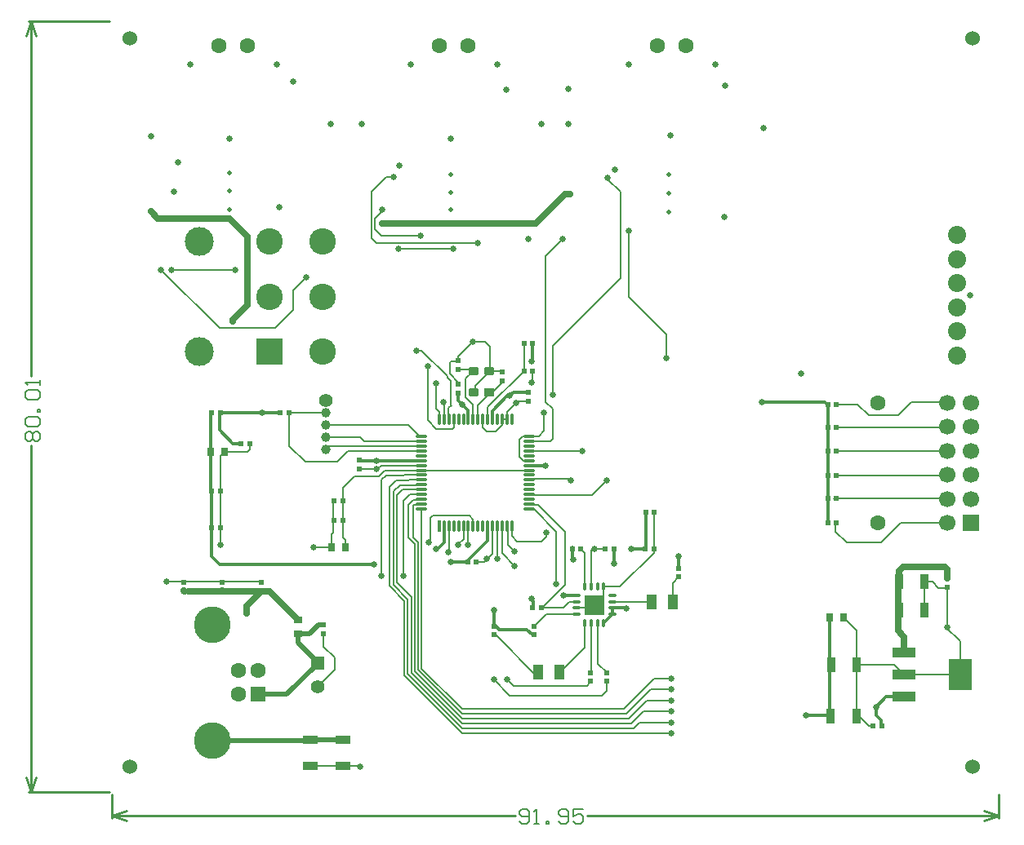
<source format=gtl>
G04*
G04 #@! TF.GenerationSoftware,Altium Limited,Altium Designer,18.1.7 (191)*
G04*
G04 Layer_Physical_Order=1*
G04 Layer_Color=255*
%FSLAX25Y25*%
%MOIN*%
G70*
G01*
G75*
%ADD11C,0.01000*%
%ADD15R,0.02441X0.02441*%
%ADD16R,0.02165X0.02165*%
%ADD17R,0.01181X0.04921*%
%ADD18O,0.01181X0.04921*%
%ADD19O,0.04921X0.01181*%
%ADD20R,0.06299X0.03740*%
%ADD21R,0.03740X0.06299*%
%ADD22R,0.02165X0.02165*%
%ADD23R,0.03937X0.05906*%
%ADD24R,0.02441X0.02441*%
G04:AMPARAMS|DCode=25|XSize=35.43mil|YSize=39.37mil|CornerRadius=8.86mil|HoleSize=0mil|Usage=FLASHONLY|Rotation=90.000|XOffset=0mil|YOffset=0mil|HoleType=Round|Shape=RoundedRectangle|*
%AMROUNDEDRECTD25*
21,1,0.03543,0.02165,0,0,90.0*
21,1,0.01772,0.03937,0,0,90.0*
1,1,0.01772,0.01083,0.00886*
1,1,0.01772,0.01083,-0.00886*
1,1,0.01772,-0.01083,-0.00886*
1,1,0.01772,-0.01083,0.00886*
%
%ADD25ROUNDEDRECTD25*%
%ADD26R,0.03937X0.03543*%
%ADD27R,0.09449X0.12992*%
%ADD28R,0.09449X0.03937*%
%ADD29R,0.02756X0.03347*%
%ADD30R,0.03347X0.02756*%
%ADD31O,0.03347X0.01181*%
%ADD32O,0.01181X0.03347*%
%ADD33R,0.08189X0.08189*%
%ADD66C,0.11811*%
%ADD67C,0.10827*%
%ADD68R,0.10827X0.10827*%
%ADD72C,0.00800*%
%ADD73C,0.02500*%
%ADD74C,0.01200*%
%ADD75C,0.02000*%
%ADD76C,0.00600*%
%ADD77R,0.06693X0.06693*%
%ADD78C,0.06693*%
%ADD79C,0.06299*%
%ADD80R,0.05512X0.05512*%
%ADD81C,0.05512*%
%ADD82C,0.02657*%
%ADD83C,0.07382*%
%ADD84C,0.02598*%
%ADD85C,0.06319*%
%ADD86C,0.03937*%
%ADD87C,0.14961*%
%ADD88R,0.06299X0.06299*%
%ADD89C,0.02000*%
%ADD90C,0.06000*%
%ADD91C,0.02500*%
D11*
X218500Y149000D02*
X224500Y151000D01*
X218500Y149000D02*
X224500Y147000D01*
X574500D02*
X580500Y149000D01*
X574500Y151000D02*
X580500Y149000D01*
X218500D02*
X383304D01*
X412496D02*
X580500D01*
X218500Y148000D02*
Y157500D01*
X580500Y148000D02*
Y157500D01*
X185500Y473500D02*
X187500Y467500D01*
X183500D02*
X185500Y473500D01*
X183500Y164500D02*
X185500Y158500D01*
X187500Y164500D01*
X185500Y328496D02*
Y473500D01*
Y158500D02*
Y300304D01*
X184500Y473500D02*
X217500D01*
X184500Y158500D02*
X217500D01*
D15*
X259189Y281448D02*
D03*
X262811D02*
D03*
X436067Y258000D02*
D03*
X439689D02*
D03*
X363689Y252500D02*
D03*
X367311D02*
D03*
X436378Y273000D02*
D03*
X440000D02*
D03*
X312811Y269500D02*
D03*
X309189D02*
D03*
X532811Y185500D02*
D03*
X529189D02*
D03*
X271189Y301000D02*
D03*
X274811D02*
D03*
X259189Y266448D02*
D03*
X262811D02*
D03*
X386689Y330500D02*
D03*
X390311D02*
D03*
X312811Y277500D02*
D03*
X309189D02*
D03*
D16*
X450000Y250000D02*
D03*
Y246457D02*
D03*
X391000Y226272D02*
D03*
Y222728D02*
D03*
X420500Y203728D02*
D03*
Y207272D02*
D03*
X414000Y203728D02*
D03*
Y207272D02*
D03*
X374500Y222728D02*
D03*
Y226272D02*
D03*
D17*
X352189Y267102D02*
D03*
D18*
X354157D02*
D03*
X356126D02*
D03*
X358094D02*
D03*
X360063D02*
D03*
X362032D02*
D03*
X364000D02*
D03*
X365969D02*
D03*
X367937D02*
D03*
X369906D02*
D03*
X371874D02*
D03*
X373843D02*
D03*
X375811D02*
D03*
X377780D02*
D03*
X379748D02*
D03*
X381717D02*
D03*
Y311000D02*
D03*
X379748D02*
D03*
X377780D02*
D03*
X375811D02*
D03*
X373843D02*
D03*
X371874D02*
D03*
X369906D02*
D03*
X367937D02*
D03*
X365969D02*
D03*
X364000D02*
D03*
X362032D02*
D03*
X360063D02*
D03*
X358094D02*
D03*
X356126D02*
D03*
X354157D02*
D03*
X352189D02*
D03*
D19*
X388902Y274287D02*
D03*
Y276256D02*
D03*
Y278224D02*
D03*
Y280193D02*
D03*
Y282161D02*
D03*
Y284130D02*
D03*
Y286098D02*
D03*
Y288067D02*
D03*
Y290035D02*
D03*
Y292004D02*
D03*
Y293972D02*
D03*
Y295941D02*
D03*
Y297909D02*
D03*
Y299878D02*
D03*
Y301846D02*
D03*
Y303815D02*
D03*
X345004D02*
D03*
Y301846D02*
D03*
Y299878D02*
D03*
Y297909D02*
D03*
Y295941D02*
D03*
Y293972D02*
D03*
Y292004D02*
D03*
Y290035D02*
D03*
Y288067D02*
D03*
Y286098D02*
D03*
Y284130D02*
D03*
Y282161D02*
D03*
Y280193D02*
D03*
Y278224D02*
D03*
Y276256D02*
D03*
Y274287D02*
D03*
D20*
X313000Y169283D02*
D03*
Y179717D02*
D03*
X299500D02*
D03*
Y169284D02*
D03*
D21*
X522598Y210500D02*
D03*
X512165D02*
D03*
X522382Y189500D02*
D03*
X511949D02*
D03*
X550217Y233000D02*
D03*
X539783D02*
D03*
X550216Y244500D02*
D03*
X539783D02*
D03*
D22*
X390272Y342000D02*
D03*
X386728D02*
D03*
X393772Y234000D02*
D03*
X390228D02*
D03*
X510728Y317000D02*
D03*
X514272D02*
D03*
X510728Y307500D02*
D03*
X514272D02*
D03*
X510728Y278500D02*
D03*
X514272D02*
D03*
X510728Y268500D02*
D03*
X514272D02*
D03*
X510728Y288000D02*
D03*
X514272D02*
D03*
X510728Y298000D02*
D03*
X514272D02*
D03*
X410000Y258000D02*
D03*
X406457D02*
D03*
X419957D02*
D03*
X423500D02*
D03*
X287228Y313500D02*
D03*
X290772D02*
D03*
X262772D02*
D03*
X259228D02*
D03*
D23*
X401331Y207500D02*
D03*
X392669D02*
D03*
X438838Y236280D02*
D03*
X447500D02*
D03*
D24*
X388500Y321811D02*
D03*
Y318189D02*
D03*
X378000Y326689D02*
D03*
Y330311D02*
D03*
X360000Y331189D02*
D03*
Y334811D02*
D03*
Y321689D02*
D03*
Y325311D02*
D03*
X319500Y294311D02*
D03*
Y290689D02*
D03*
X279500Y240689D02*
D03*
Y244311D02*
D03*
X263500Y240689D02*
D03*
Y244311D02*
D03*
X248000Y240689D02*
D03*
Y244311D02*
D03*
X559500Y245811D02*
D03*
Y242189D02*
D03*
X305000Y226811D02*
D03*
Y223189D02*
D03*
D25*
X366201Y322000D02*
D03*
Y330661D02*
D03*
X372500D02*
D03*
D26*
Y322000D02*
D03*
D27*
X564799Y206500D02*
D03*
D28*
X541964Y215555D02*
D03*
Y197445D02*
D03*
Y206500D02*
D03*
D29*
X308244Y258500D02*
D03*
X313756D02*
D03*
X511626Y230000D02*
D03*
X517138D02*
D03*
X264500Y297448D02*
D03*
X258988D02*
D03*
D30*
X294500Y223244D02*
D03*
Y228756D02*
D03*
D31*
X408020Y238839D02*
D03*
Y236280D02*
D03*
Y233720D02*
D03*
Y231161D02*
D03*
X422980D02*
D03*
Y233720D02*
D03*
Y236280D02*
D03*
Y238839D02*
D03*
D32*
X411661Y227520D02*
D03*
X414220D02*
D03*
X416780D02*
D03*
X419339D02*
D03*
Y242480D02*
D03*
X416780D02*
D03*
X414220D02*
D03*
X411661D02*
D03*
D33*
X415500Y235000D02*
D03*
D66*
X254224Y338579D02*
D03*
Y383421D02*
D03*
D67*
X304618D02*
D03*
Y360980D02*
D03*
Y338539D02*
D03*
X282965Y383421D02*
D03*
Y360980D02*
D03*
D68*
Y338539D02*
D03*
D72*
X388902Y297909D02*
X410500D01*
X329000Y396500D02*
X329359D01*
X329429Y396429D01*
X325866Y392866D02*
X329429Y396429D01*
X328500Y386000D02*
X344500D01*
X389000Y286000D02*
X389476Y286476D01*
X379500Y266854D02*
X380126Y266228D01*
X325866Y388634D02*
X328500Y386000D01*
X324466Y385034D02*
X326500Y383000D01*
X324466Y385034D02*
Y403966D01*
X326500Y383000D02*
X368000D01*
X324466Y403966D02*
X330416Y409915D01*
X333500D01*
X325866Y388634D02*
Y392866D01*
X405523Y286476D02*
X406000Y286000D01*
X411661Y242480D02*
Y256339D01*
X414220Y242480D02*
Y257220D01*
X394248Y234000D02*
X403000D01*
X393772D02*
X394248D01*
X393500D02*
X393772D01*
X403000D02*
X405280Y236280D01*
X408020D01*
X394248Y234000D02*
X403500Y243252D01*
Y265000D01*
X400000Y243500D02*
Y265000D01*
X328500Y247000D02*
Y286118D01*
X330376Y287994D01*
X331787Y242733D02*
Y283237D01*
Y242733D02*
X337900Y236620D01*
X333450Y243050D02*
Y281470D01*
Y243050D02*
X339300Y237200D01*
X334850Y244150D02*
Y279850D01*
Y244150D02*
X340700Y238300D01*
X337900Y206160D02*
Y236620D01*
X339300Y206740D02*
Y237200D01*
X340700Y207320D02*
Y238300D01*
X331787Y283237D02*
X334550Y286000D01*
X336013Y284000D02*
X345000D01*
X333450Y281470D02*
X336013Y284000D01*
X514272Y288000D02*
X559500D01*
X337161Y282161D02*
X345004D01*
X334850Y279850D02*
X337161Y282161D01*
X340193Y280193D02*
X345004D01*
X337500Y277500D02*
X340193Y280193D01*
X337500Y247000D02*
Y277500D01*
X339370Y262650D02*
Y275870D01*
Y262650D02*
X342100Y259920D01*
X341543Y275816D02*
X341728Y276000D01*
X341543Y262457D02*
Y275816D01*
Y262457D02*
X343500Y260500D01*
X342100Y207900D02*
Y259920D01*
X343500Y208480D02*
Y260500D01*
X339370Y275870D02*
X341130Y277630D01*
X348000Y261000D02*
X348500Y261500D01*
Y270500D01*
X349500Y271500D01*
X364500D01*
X365969Y270031D01*
Y267102D02*
Y270031D01*
X335000Y286000D02*
X345004Y286098D01*
X334550Y286000D02*
X335000D01*
X341367Y277847D02*
X345004D01*
X341130Y277630D02*
X341150D01*
X330000Y290000D02*
X340980D01*
X327500Y287500D02*
X330000Y290000D01*
X314000Y258500D02*
Y261500D01*
X317500Y287500D02*
X327500D01*
X313000Y283000D02*
X317500Y287500D01*
X340980Y290000D02*
X341015Y290035D01*
X373000Y330661D02*
Y340500D01*
X390311Y325689D02*
Y330500D01*
X378339Y330661D02*
X378500Y330500D01*
X372736Y330412D02*
X373000Y330661D01*
X378339D01*
X559000Y226000D02*
X564799Y220201D01*
X556000Y242000D02*
X559500D01*
X550000Y233000D02*
X550216Y233217D01*
X388500Y303787D02*
X392713D01*
X415500Y235000D02*
X419339Y238839D01*
X357000Y334500D02*
X360000D01*
X366701Y324701D02*
X372736Y330412D01*
X366701Y322000D02*
Y324701D01*
X356126Y256374D02*
Y267102D01*
X370500Y252500D02*
X374000Y256000D01*
X319500Y290500D02*
X320000Y291000D01*
X275000Y298500D02*
Y301000D01*
X309000Y264500D02*
Y277500D01*
X263000Y259500D02*
Y266500D01*
X241000Y244500D02*
X279500D01*
X280000D01*
X327000Y290500D02*
X328504Y292004D01*
X320500Y290500D02*
X326500D01*
X320000Y291000D02*
X320500Y290500D01*
X330376Y287994D02*
X345004Y288067D01*
X341150Y277630D02*
X341367Y277847D01*
X341728Y276000D02*
X345000D01*
X361560Y182500D02*
X447000D01*
X337900Y206160D02*
X361560Y182500D01*
X361540Y184500D02*
X431500D01*
X339300Y206740D02*
X361540Y184500D01*
X361620Y186400D02*
X430400D01*
X340700Y207320D02*
X361620Y186400D01*
X545000Y318000D02*
X559500D01*
X361460Y192500D02*
X427500D01*
X345000Y208960D02*
X361460Y192500D01*
X345000Y208960D02*
Y266500D01*
X559500Y307500D02*
X560000Y308000D01*
X514272Y307500D02*
X559500D01*
X361480Y190500D02*
X428500D01*
X343500Y208480D02*
X361480Y190500D01*
X342100Y207900D02*
X361600Y188400D01*
X345000Y266500D02*
X345004Y266504D01*
X258988Y313488D02*
X259000Y313500D01*
X291000Y300000D02*
Y313000D01*
Y300000D02*
X297500Y293500D01*
X291000Y313500D02*
X306000D01*
X297500Y293500D02*
X310500D01*
X314909Y297909D01*
X345004D01*
X306000Y298500D02*
X307378Y299878D01*
X345004D01*
X306000Y303500D02*
X320000D01*
X321654Y301846D01*
X345004D01*
X306000Y308500D02*
X339500D01*
X313000Y278500D02*
Y283000D01*
X341015Y290035D02*
X345004D01*
X396000Y263000D02*
Y264500D01*
X394000Y261000D02*
X396000Y263000D01*
X384000Y261000D02*
X394000D01*
X381717Y263283D02*
X384000Y261000D01*
X381717Y263283D02*
Y267102D01*
X377780Y256220D02*
Y267102D01*
X375500Y254500D02*
X376000Y255000D01*
Y267000D01*
X374000Y256000D02*
Y266945D01*
X377780Y256220D02*
X383000Y251000D01*
X375500Y254500D02*
X376000Y254000D01*
X363420Y259500D02*
X364000D01*
X363710Y259210D02*
X364000Y259500D01*
Y267102D01*
X382828Y257000D02*
X383000D01*
X380126Y259702D02*
X382828Y257000D01*
X414500Y280000D02*
X420500Y286000D01*
X389095Y280000D02*
X414500D01*
X388902Y280193D02*
X389095Y280000D01*
X389476Y286476D02*
X405523D01*
X388500Y302000D02*
X397500D01*
X398374Y302874D01*
Y315126D01*
X395500Y318000D02*
X398374Y315126D01*
X395500Y318000D02*
Y377500D01*
X312811Y269500D02*
Y277500D01*
Y267189D02*
Y269500D01*
X392713Y303787D02*
X395000Y306074D01*
X386256Y303815D02*
X388902D01*
X384964Y295618D02*
Y302523D01*
X386256Y303815D01*
X395000Y306074D02*
Y313500D01*
X445000Y336000D02*
Y345500D01*
X429500Y361000D02*
X445000Y345500D01*
X367500Y252500D02*
X370500D01*
X345000Y339000D02*
X355500Y328500D01*
Y328000D02*
Y328500D01*
Y328000D02*
X357000Y326500D01*
Y316552D02*
Y326500D01*
Y316552D02*
X357026Y316526D01*
X356000Y315500D02*
X357026Y316526D01*
X356000Y312000D02*
Y315500D01*
X356500Y334000D02*
X357000Y334500D01*
X356500Y329500D02*
Y334000D01*
Y329500D02*
X360000Y326000D01*
Y325311D02*
Y326000D01*
X343000Y339000D02*
X345000D01*
X362980Y319980D02*
X366000Y316961D01*
X365811Y331189D02*
X366500Y330500D01*
X363000Y320000D02*
Y327461D01*
X366201Y330661D01*
X351000Y315126D02*
Y325500D01*
Y315126D02*
X352189Y313937D01*
X347500Y310500D02*
Y332500D01*
Y310500D02*
X351000Y307000D01*
X354157Y311000D02*
Y317843D01*
X375072Y306000D02*
X377780Y308708D01*
X379748Y313748D02*
X383500Y317500D01*
X384189Y318189D01*
X388500D01*
X243000Y372000D02*
X269000D01*
X371469Y306000D02*
X375072D01*
X369906Y307563D02*
X371469Y306000D01*
X427500Y192500D02*
X440000Y205000D01*
X447000D01*
X428500Y190500D02*
X438500Y200500D01*
X447000D01*
X429400Y188400D02*
X437000Y196000D01*
X447000D01*
X435500Y191500D02*
X446250D01*
X430400Y186400D02*
X435500Y191500D01*
X431500Y184500D02*
X434000Y187000D01*
X447000D01*
X361600Y188400D02*
X429400D01*
X514272Y278500D02*
X559000D01*
X513272D02*
X514272D01*
X513772Y288000D02*
X514272D01*
X420500Y200000D02*
Y203500D01*
X418500Y198000D02*
X420500Y200000D01*
X381000Y198000D02*
X418500D01*
X412500Y202000D02*
X414000Y203500D01*
X382500Y202000D02*
X412500D01*
X414000Y207500D02*
X414220Y207720D01*
Y227520D01*
X417000Y211000D02*
Y227000D01*
Y211000D02*
X420750Y207250D01*
X401622Y206000D02*
Y207622D01*
X411661Y217661D02*
Y227520D01*
X401622Y207622D02*
X411661Y217661D01*
X392000Y206000D02*
X392960D01*
X375272Y222728D02*
X392000Y206000D01*
X374500Y222728D02*
X375272D01*
X380000Y204500D02*
X382500Y202000D01*
X374500Y204500D02*
X381000Y198000D01*
X351000Y307000D02*
X357500D01*
X421000Y409000D02*
X426150Y403850D01*
X398500Y341000D02*
X426150Y368650D01*
Y403850D01*
X371000Y342500D02*
X373000Y340500D01*
X366000Y342500D02*
X371000D01*
X360000Y336500D02*
X366000Y342500D01*
X360000Y334811D02*
Y336500D01*
X395500Y377500D02*
X402500Y384500D01*
X429500Y361000D02*
Y388000D01*
X421000Y409000D02*
Y409500D01*
X238500Y372000D02*
X262400Y348100D01*
X390713Y274287D02*
X400000Y265000D01*
X396550Y271950D02*
X403500Y265000D01*
X262400Y348100D02*
X285100D01*
X398500Y321000D02*
Y341000D01*
X374000Y322000D02*
X378500Y326500D01*
X373000Y321500D02*
Y322000D01*
X367906Y316406D02*
X373000Y321500D01*
X367906Y311000D02*
Y316406D01*
X386689Y330689D02*
X386728Y330728D01*
X371843Y315843D02*
X386689Y330689D01*
Y341689D02*
X387000Y342000D01*
X386689Y330689D02*
Y341689D01*
Y330500D02*
Y330689D01*
X371843Y312500D02*
Y315843D01*
X335500Y380500D02*
X358000D01*
X313000Y169283D02*
X319783D01*
X514000Y267500D02*
X514500Y268000D01*
X514000Y265000D02*
Y267500D01*
Y265000D02*
X518500Y260500D01*
X414220Y257220D02*
X415000Y258000D01*
X301000Y258500D02*
X308244D01*
X339500Y308500D02*
X344185Y303815D01*
X379748Y311000D02*
Y313748D01*
X388496Y290004D02*
X388500Y290000D01*
X345035Y290004D02*
X388496D01*
X345004Y290035D02*
X345035Y290004D01*
X360000Y260000D02*
X362032Y262032D01*
Y267102D01*
X419957Y258000D02*
X420000D01*
X415500D02*
X419957D01*
X388902Y274287D02*
X390713D01*
X392493Y276000D02*
X396543Y271950D01*
X391308Y276000D02*
X392493D01*
X391052Y276256D02*
X391308Y276000D01*
X396543Y271950D02*
X396550D01*
X360000Y331189D02*
X365811D01*
X373000Y322000D02*
X374000D01*
X366000Y311500D02*
Y316961D01*
X539500Y312500D02*
X545000Y318000D01*
X527500Y312500D02*
X539500D01*
X523000Y317000D02*
X527500Y312500D01*
X514272Y317000D02*
X523000D01*
X514272Y298000D02*
X559500D01*
X518500Y260500D02*
X532500D01*
X540472Y268472D01*
X559500D01*
X345004Y277847D02*
Y278224D01*
Y266504D02*
Y274287D01*
X559500Y226000D02*
Y242000D01*
X550216Y233217D02*
Y244500D01*
X553500D02*
X556000Y242000D01*
X550216Y244500D02*
X553500D01*
X308244Y263744D02*
X309000Y264500D01*
X308244Y258500D02*
Y263744D01*
X312811Y262689D02*
X314000Y261500D01*
X312811Y262689D02*
Y267000D01*
X312500Y278000D02*
X313000Y278500D01*
X273948Y297448D02*
X275000Y298500D01*
X264500Y297448D02*
X273948D01*
X262811Y266448D02*
Y281448D01*
X522382Y189500D02*
Y210283D01*
X522500Y189500D02*
X523500D01*
X527500Y185500D01*
X529189D01*
X292500Y363500D02*
X298000Y369000D01*
X292500Y355500D02*
Y363500D01*
X285100Y348100D02*
X292500Y355500D01*
X302500Y201500D02*
X309500Y208500D01*
Y213500D01*
X305000Y218000D02*
X309500Y213500D01*
X305000Y218000D02*
Y223189D01*
X522598Y210500D02*
X537964D01*
X541964Y206500D01*
X328504Y292004D02*
X345004D01*
X380126Y259702D02*
Y266228D01*
X388902Y276256D02*
X391052D01*
X384964Y295618D02*
X386609Y293972D01*
X388902D01*
X412808Y233720D02*
X413468Y233060D01*
X408020Y233720D02*
X412808D01*
X564799Y206500D02*
X567693Y209394D01*
X388902Y286098D02*
X389000Y286000D01*
X377780Y308708D02*
Y311000D01*
X369906Y307563D02*
Y311000D01*
X377780D02*
X379748D01*
X564799Y206500D02*
Y220201D01*
X541964Y206500D02*
X564799D01*
X517138Y230000D02*
X522598Y224539D01*
Y210500D02*
Y224539D01*
X522382Y210283D02*
X522598Y210500D01*
X439689Y258000D02*
X440000Y258311D01*
Y273000D01*
X439689Y256189D02*
Y258000D01*
X425980Y242480D02*
X439689Y256189D01*
X419339Y242480D02*
X425980D01*
X419339Y238839D02*
Y242480D01*
X313000Y169284D02*
X313000Y169283D01*
X299500Y169284D02*
X313000D01*
X262811Y295759D02*
X264500Y297448D01*
X262811Y281448D02*
Y295759D01*
X379500Y266854D02*
X379748Y267102D01*
X426400Y236300D02*
X438838D01*
X352189Y311000D02*
Y313937D01*
X447500Y236280D02*
Y243957D01*
X450000Y246457D01*
X344185Y303815D02*
X345004D01*
X422980Y236280D02*
X426380D01*
X354000Y311157D02*
X354157Y311000D01*
X410000Y258000D02*
X411661Y256339D01*
X391000Y226272D02*
X395890Y231161D01*
X408020D01*
X358094Y307594D02*
Y311000D01*
X357500Y307000D02*
X358094Y307594D01*
X426380Y236280D02*
X426400Y236300D01*
X438838Y236280D02*
Y236300D01*
D73*
X329000Y391000D02*
X391500D01*
X539500Y225000D02*
Y244500D01*
X263500Y241000D02*
X263811Y240689D01*
X248000Y241000D02*
X248311Y240689D01*
X273500Y234500D02*
X279500Y240500D01*
X279500Y240689D02*
X282811D01*
X263811D02*
X279500D01*
X282811D02*
X294500Y229000D01*
X403500Y403000D02*
X405424D01*
X391500Y391000D02*
X403500Y403000D01*
X274000Y357500D02*
Y385500D01*
X268000Y351500D02*
X274000Y357500D01*
X268000Y351000D02*
Y351500D01*
X541500Y250500D02*
X558500D01*
X539783Y248783D02*
X541500Y250500D01*
X558500D02*
X559500Y249500D01*
Y246000D02*
Y249500D01*
X539783Y244500D02*
Y248783D01*
X539500Y224500D02*
X541964Y222036D01*
Y215555D02*
Y222036D01*
X249811Y240689D02*
X263500D01*
X273500Y231500D02*
Y234500D01*
X266500Y393000D02*
X274000Y385500D01*
X237194Y393000D02*
X266500D01*
X234433Y395761D02*
X237194Y393000D01*
D74*
X389500Y237500D02*
X390000D01*
X436000Y258000D02*
X436033Y258033D01*
X406500Y254500D02*
Y258500D01*
X511626Y189823D02*
Y230000D01*
X532500Y185500D02*
Y188000D01*
X382500Y322000D02*
X388500D01*
X320000Y293972D02*
X345004D01*
X262500Y306500D02*
Y313500D01*
X389500Y237500D02*
X390500Y236500D01*
Y234000D02*
Y236500D01*
X388902Y292004D02*
X395500D01*
X371696Y266696D02*
X372000Y267000D01*
X262500Y251500D02*
X325500D01*
X259189Y254811D02*
X262500Y251500D01*
X259000Y281637D02*
Y297838D01*
X351500Y258000D02*
X354157Y260657D01*
Y267102D01*
X280000Y313500D02*
X287000D01*
X262772D02*
X280000D01*
X262500D02*
X262772D01*
X258988Y297448D02*
Y313488D01*
X259000Y281637D02*
X259189Y281448D01*
X371696Y261196D02*
Y266696D01*
X363689Y253189D02*
X371696Y261196D01*
X363689Y252500D02*
Y253189D01*
X357000Y252500D02*
X363689D01*
X356500D02*
X357000D01*
X361500Y317000D02*
X364000Y314500D01*
X360000Y318500D02*
X361500Y317000D01*
X360000Y318500D02*
Y321500D01*
X373843Y314343D02*
X380000Y320500D01*
X373843Y311000D02*
Y314343D01*
X380000Y320500D02*
X381000D01*
X382500Y322000D01*
X390272Y334772D02*
Y342000D01*
X387843Y225000D02*
X390115Y222728D01*
X376657Y225000D02*
X387843D01*
X375385Y226272D02*
X376657Y225000D01*
X390115Y222728D02*
X391000D01*
X374500Y226272D02*
X375385D01*
X374500D02*
Y232500D01*
X510728Y307500D02*
Y317000D01*
Y298000D02*
Y307500D01*
Y288000D02*
Y298000D01*
Y278500D02*
Y288000D01*
Y268500D02*
Y278500D01*
X450000Y250000D02*
Y255000D01*
X422980Y233720D02*
X428280D01*
X428500Y233500D01*
X436033Y258033D02*
X436067Y258000D01*
X430500D02*
X436000D01*
X423500Y252000D02*
Y258000D01*
X259189Y254811D02*
Y266448D01*
X364000Y311000D02*
Y314500D01*
X509500Y318000D02*
X510500Y317000D01*
X484000Y318000D02*
X509500D01*
X530500Y190000D02*
X532500Y188000D01*
X530500Y190000D02*
Y193311D01*
X262500Y306500D02*
X268000Y301000D01*
X271189D01*
X502000Y189823D02*
X511626D01*
X436067Y258000D02*
X436378Y258311D01*
Y273000D01*
X422980Y231161D02*
Y233720D01*
X419339Y227520D02*
X422980Y231161D01*
X530500Y193311D02*
X534634Y197445D01*
X541964D01*
X403161Y238839D02*
X408020D01*
X259189Y266448D02*
Y281448D01*
D75*
X299500Y179717D02*
X313000D01*
X299098Y179598D02*
X299500Y180000D01*
X259500Y179598D02*
X299098D01*
X303000Y227000D02*
X304500D01*
X299244Y223244D02*
X303000Y227000D01*
X289878Y198378D02*
X302500Y211000D01*
X278043Y198378D02*
X289878D01*
X294500Y219500D02*
X302500Y211500D01*
X294500Y219500D02*
Y223244D01*
X299244D01*
D76*
X360063Y269263D02*
X360100Y269300D01*
X384904Y146401D02*
X385904Y145401D01*
X387903D01*
X388903Y146401D01*
Y150399D01*
X387903Y151399D01*
X385904D01*
X384904Y150399D01*
Y149400D01*
X385904Y148400D01*
X388903D01*
X390902Y145401D02*
X392902D01*
X391902D01*
Y151399D01*
X390902Y150399D01*
X395901Y145401D02*
Y146401D01*
X396900D01*
Y145401D01*
X395901D01*
X400899Y146401D02*
X401899Y145401D01*
X403898D01*
X404898Y146401D01*
Y150399D01*
X403898Y151399D01*
X401899D01*
X400899Y150399D01*
Y149400D01*
X401899Y148400D01*
X404898D01*
X410896Y151399D02*
X406897D01*
Y148400D01*
X408896Y149400D01*
X409896D01*
X410896Y148400D01*
Y146401D01*
X409896Y145401D01*
X407897D01*
X406897Y146401D01*
X184101Y301904D02*
X183101Y302904D01*
Y304903D01*
X184101Y305903D01*
X185100D01*
X186100Y304903D01*
X187100Y305903D01*
X188099D01*
X189099Y304903D01*
Y302904D01*
X188099Y301904D01*
X187100D01*
X186100Y302904D01*
X185100Y301904D01*
X184101D01*
X186100Y302904D02*
Y304903D01*
X184101Y307902D02*
X183101Y308902D01*
Y310901D01*
X184101Y311901D01*
X188099D01*
X189099Y310901D01*
Y308902D01*
X188099Y307902D01*
X184101D01*
X189099Y313900D02*
X188099D01*
Y314900D01*
X189099D01*
Y313900D01*
X184101Y318899D02*
X183101Y319898D01*
Y321898D01*
X184101Y322897D01*
X188099D01*
X189099Y321898D01*
Y319898D01*
X188099Y318899D01*
X184101D01*
X189099Y324897D02*
Y326896D01*
Y325896D01*
X183101D01*
X184101Y324897D01*
D77*
X569343Y268472D02*
D03*
D78*
Y278315D02*
D03*
Y288158D02*
D03*
Y298000D02*
D03*
Y307842D02*
D03*
Y317685D02*
D03*
X559500Y268472D02*
D03*
Y278315D02*
D03*
Y288158D02*
D03*
Y298000D02*
D03*
Y307842D02*
D03*
Y317685D02*
D03*
D79*
X531232Y268472D02*
D03*
Y317685D02*
D03*
X270169Y208220D02*
D03*
Y198378D02*
D03*
X278043Y208220D02*
D03*
D80*
X302500Y211342D02*
D03*
D81*
Y201500D02*
D03*
X306000Y318500D02*
D03*
D82*
X568776Y361606D02*
D03*
D83*
X563500Y386213D02*
D03*
Y376370D02*
D03*
Y366528D02*
D03*
Y356685D02*
D03*
Y346843D02*
D03*
Y337000D02*
D03*
D84*
X429378Y455784D02*
D03*
X464811D02*
D03*
X340378D02*
D03*
X375811D02*
D03*
X250378D02*
D03*
X285811D02*
D03*
X413468Y237233D02*
D03*
X417618D02*
D03*
Y233060D02*
D03*
X413468D02*
D03*
D85*
X441189Y463500D02*
D03*
X453000D02*
D03*
X352189D02*
D03*
X364000D02*
D03*
X262189D02*
D03*
X274000D02*
D03*
D86*
X306000Y298500D02*
D03*
Y303500D02*
D03*
Y308500D02*
D03*
Y313500D02*
D03*
D87*
X259500Y227000D02*
D03*
Y179598D02*
D03*
D88*
X278043Y198378D02*
D03*
D89*
X266500Y404220D02*
D03*
X446000Y395661D02*
D03*
Y403118D02*
D03*
Y411000D02*
D03*
X357000Y396429D02*
D03*
Y403618D02*
D03*
X356974Y410766D02*
D03*
X266500Y396500D02*
D03*
Y411500D02*
D03*
D90*
X569791Y169000D02*
D03*
Y466500D02*
D03*
X226000Y169000D02*
D03*
Y466500D02*
D03*
D91*
X329000Y396500D02*
D03*
X344500Y386000D02*
D03*
X368000Y383000D02*
D03*
X329000Y391000D02*
D03*
X406000Y286000D02*
D03*
X407000Y253500D02*
D03*
X390000Y237500D02*
D03*
X400000Y243500D02*
D03*
X328500Y247000D02*
D03*
X337500D02*
D03*
X348000Y260500D02*
D03*
X351000Y258000D02*
D03*
X325500Y251500D02*
D03*
X326500Y290500D02*
D03*
Y294000D02*
D03*
X280000Y313500D02*
D03*
X396000Y264500D02*
D03*
X376000Y254000D02*
D03*
X383000Y251000D02*
D03*
X371500Y254000D02*
D03*
X364000Y259500D02*
D03*
X383000Y257000D02*
D03*
X357000Y252500D02*
D03*
X420500Y286000D02*
D03*
X395500Y292000D02*
D03*
X410500Y298000D02*
D03*
X445000Y336000D02*
D03*
X395000Y313500D02*
D03*
X354000Y318000D02*
D03*
X351000Y325500D02*
D03*
X383500Y317500D02*
D03*
X357000Y425500D02*
D03*
X266500D02*
D03*
X446500Y427000D02*
D03*
X269000Y372000D02*
D03*
X390000Y326000D02*
D03*
X447000Y205000D02*
D03*
Y200500D02*
D03*
Y196000D02*
D03*
Y191500D02*
D03*
Y187000D02*
D03*
Y182500D02*
D03*
X366000Y342500D02*
D03*
X402500Y384500D02*
D03*
X429500Y388000D02*
D03*
X238500Y372000D02*
D03*
X245500Y416000D02*
D03*
X421000Y409500D02*
D03*
X388500Y384500D02*
D03*
X405424Y403000D02*
D03*
X500000Y329500D02*
D03*
X424000Y413000D02*
D03*
X390000Y334500D02*
D03*
X484500Y430000D02*
D03*
X405000Y431500D02*
D03*
Y446000D02*
D03*
X394000Y431500D02*
D03*
X398500Y321000D02*
D03*
X381000Y320500D02*
D03*
X335500Y380500D02*
D03*
X358000D02*
D03*
X308000Y431500D02*
D03*
X287000Y397500D02*
D03*
X320500Y431500D02*
D03*
X336000Y414500D02*
D03*
X374500Y233000D02*
D03*
X320000Y169000D02*
D03*
X450000Y255000D02*
D03*
X428500Y233500D02*
D03*
X430500Y258000D02*
D03*
X423500Y252000D02*
D03*
X380000Y204500D02*
D03*
X268000Y351000D02*
D03*
X301000Y258500D02*
D03*
X263000Y259500D02*
D03*
X356000Y256500D02*
D03*
X244000Y404000D02*
D03*
X234500Y426500D02*
D03*
X360000Y259500D02*
D03*
X415500Y258000D02*
D03*
X343000Y339000D02*
D03*
X361500Y317000D02*
D03*
X484000Y318000D02*
D03*
X403000Y239000D02*
D03*
X241000Y244500D02*
D03*
X243000Y372000D02*
D03*
X274000Y385500D02*
D03*
X273500Y231500D02*
D03*
X539500Y225000D02*
D03*
X559500Y226000D02*
D03*
X374500Y204500D02*
D03*
X298000Y369000D02*
D03*
X234433Y395761D02*
D03*
X333500Y409915D02*
D03*
X469000Y447083D02*
D03*
X379500Y445500D02*
D03*
X530500Y193311D02*
D03*
X502000Y189823D02*
D03*
X468500Y393581D02*
D03*
X347500Y332500D02*
D03*
X292500Y449000D02*
D03*
M02*

</source>
